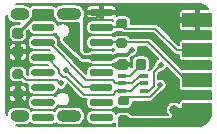
<source format=gbl>
G04 #@! TF.GenerationSoftware,KiCad,Pcbnew,5.1.9+dfsg1-1+deb11u1*
G04 #@! TF.CreationDate,2023-05-11T20:21:06+02:00*
G04 #@! TF.ProjectId,base,62617365-2e6b-4696-9361-645f70636258,rev?*
G04 #@! TF.SameCoordinates,Original*
G04 #@! TF.FileFunction,Copper,L2,Bot*
G04 #@! TF.FilePolarity,Positive*
%FSLAX46Y46*%
G04 Gerber Fmt 4.6, Leading zero omitted, Abs format (unit mm)*
G04 Created by KiCad (PCBNEW 5.1.9+dfsg1-1+deb11u1) date 2023-05-11 20:21:06*
%MOMM*%
%LPD*%
G01*
G04 APERTURE LIST*
G04 #@! TA.AperFunction,SMDPad,CuDef*
%ADD10R,2.500000X1.250000*%
G04 #@! TD*
G04 #@! TA.AperFunction,ComponentPad*
%ADD11O,1.600000X1.000000*%
G04 #@! TD*
G04 #@! TA.AperFunction,ComponentPad*
%ADD12O,2.100000X1.000000*%
G04 #@! TD*
G04 #@! TA.AperFunction,SMDPad,CuDef*
%ADD13R,0.650000X0.400000*%
G04 #@! TD*
G04 #@! TA.AperFunction,ViaPad*
%ADD14C,0.500000*%
G04 #@! TD*
G04 #@! TA.AperFunction,ViaPad*
%ADD15C,0.800000*%
G04 #@! TD*
G04 #@! TA.AperFunction,Conductor*
%ADD16C,0.250000*%
G04 #@! TD*
G04 #@! TA.AperFunction,Conductor*
%ADD17C,0.200000*%
G04 #@! TD*
G04 #@! TA.AperFunction,Conductor*
%ADD18C,0.350000*%
G04 #@! TD*
G04 #@! TA.AperFunction,Conductor*
%ADD19C,0.100000*%
G04 #@! TD*
G04 APERTURE END LIST*
G04 #@! TA.AperFunction,SMDPad,CuDef*
G36*
G01*
X8115000Y280000D02*
X8115000Y-220000D01*
G75*
G02*
X7890000Y-445000I-225000J0D01*
G01*
X7440000Y-445000D01*
G75*
G02*
X7215000Y-220000I0J225000D01*
G01*
X7215000Y280000D01*
G75*
G02*
X7440000Y505000I225000J0D01*
G01*
X7890000Y505000D01*
G75*
G02*
X8115000Y280000I0J-225000D01*
G01*
G37*
G04 #@! TD.AperFunction*
G04 #@! TA.AperFunction,SMDPad,CuDef*
G36*
G01*
X9665000Y280000D02*
X9665000Y-220000D01*
G75*
G02*
X9440000Y-445000I-225000J0D01*
G01*
X8990000Y-445000D01*
G75*
G02*
X8765000Y-220000I0J225000D01*
G01*
X8765000Y280000D01*
G75*
G02*
X8990000Y505000I225000J0D01*
G01*
X9440000Y505000D01*
G75*
G02*
X9665000Y280000I0J-225000D01*
G01*
G37*
G04 #@! TD.AperFunction*
G04 #@! TA.AperFunction,SMDPad,CuDef*
G36*
G01*
X7325000Y3915000D02*
X7875000Y3915000D01*
G75*
G02*
X8075000Y3715000I0J-200000D01*
G01*
X8075000Y3315000D01*
G75*
G02*
X7875000Y3115000I-200000J0D01*
G01*
X7325000Y3115000D01*
G75*
G02*
X7125000Y3315000I0J200000D01*
G01*
X7125000Y3715000D01*
G75*
G02*
X7325000Y3915000I200000J0D01*
G01*
G37*
G04 #@! TD.AperFunction*
G04 #@! TA.AperFunction,SMDPad,CuDef*
G36*
G01*
X7325000Y2265000D02*
X7875000Y2265000D01*
G75*
G02*
X8075000Y2065000I0J-200000D01*
G01*
X8075000Y1665000D01*
G75*
G02*
X7875000Y1465000I-200000J0D01*
G01*
X7325000Y1465000D01*
G75*
G02*
X7125000Y1665000I0J200000D01*
G01*
X7125000Y2065000D01*
G75*
G02*
X7325000Y2265000I200000J0D01*
G01*
G37*
G04 #@! TD.AperFunction*
D10*
X14000000Y-3810000D03*
X14000000Y-1270000D03*
X14000000Y1270000D03*
X14000000Y3810000D03*
D11*
X-1050000Y-4320000D03*
X-1050000Y4320000D03*
D12*
X3130000Y4320000D03*
X3130000Y-4320000D03*
G04 #@! TA.AperFunction,SMDPad,CuDef*
G36*
G01*
X8025000Y-5075000D02*
X7475000Y-5075000D01*
G75*
G02*
X7275000Y-4875000I0J200000D01*
G01*
X7275000Y-4475000D01*
G75*
G02*
X7475000Y-4275000I200000J0D01*
G01*
X8025000Y-4275000D01*
G75*
G02*
X8225000Y-4475000I0J-200000D01*
G01*
X8225000Y-4875000D01*
G75*
G02*
X8025000Y-5075000I-200000J0D01*
G01*
G37*
G04 #@! TD.AperFunction*
G04 #@! TA.AperFunction,SMDPad,CuDef*
G36*
G01*
X8025000Y-3425000D02*
X7475000Y-3425000D01*
G75*
G02*
X7275000Y-3225000I0J200000D01*
G01*
X7275000Y-2825000D01*
G75*
G02*
X7475000Y-2625000I200000J0D01*
G01*
X8025000Y-2625000D01*
G75*
G02*
X8225000Y-2825000I0J-200000D01*
G01*
X8225000Y-3225000D01*
G75*
G02*
X8025000Y-3425000I-200000J0D01*
G01*
G37*
G04 #@! TD.AperFunction*
G04 #@! TA.AperFunction,SMDPad,CuDef*
G36*
G01*
X6850000Y4595000D02*
X6850000Y4295000D01*
G75*
G02*
X6700000Y4145000I-150000J0D01*
G01*
X5050000Y4145000D01*
G75*
G02*
X4900000Y4295000I0J150000D01*
G01*
X4900000Y4595000D01*
G75*
G02*
X5050000Y4745000I150000J0D01*
G01*
X6700000Y4745000D01*
G75*
G02*
X6850000Y4595000I0J-150000D01*
G01*
G37*
G04 #@! TD.AperFunction*
G04 #@! TA.AperFunction,SMDPad,CuDef*
G36*
G01*
X6850000Y3325000D02*
X6850000Y3025000D01*
G75*
G02*
X6700000Y2875000I-150000J0D01*
G01*
X5050000Y2875000D01*
G75*
G02*
X4900000Y3025000I0J150000D01*
G01*
X4900000Y3325000D01*
G75*
G02*
X5050000Y3475000I150000J0D01*
G01*
X6700000Y3475000D01*
G75*
G02*
X6850000Y3325000I0J-150000D01*
G01*
G37*
G04 #@! TD.AperFunction*
G04 #@! TA.AperFunction,SMDPad,CuDef*
G36*
G01*
X6850000Y2055000D02*
X6850000Y1755000D01*
G75*
G02*
X6700000Y1605000I-150000J0D01*
G01*
X5050000Y1605000D01*
G75*
G02*
X4900000Y1755000I0J150000D01*
G01*
X4900000Y2055000D01*
G75*
G02*
X5050000Y2205000I150000J0D01*
G01*
X6700000Y2205000D01*
G75*
G02*
X6850000Y2055000I0J-150000D01*
G01*
G37*
G04 #@! TD.AperFunction*
G04 #@! TA.AperFunction,SMDPad,CuDef*
G36*
G01*
X6850000Y785000D02*
X6850000Y485000D01*
G75*
G02*
X6700000Y335000I-150000J0D01*
G01*
X5050000Y335000D01*
G75*
G02*
X4900000Y485000I0J150000D01*
G01*
X4900000Y785000D01*
G75*
G02*
X5050000Y935000I150000J0D01*
G01*
X6700000Y935000D01*
G75*
G02*
X6850000Y785000I0J-150000D01*
G01*
G37*
G04 #@! TD.AperFunction*
G04 #@! TA.AperFunction,SMDPad,CuDef*
G36*
G01*
X6850000Y-485000D02*
X6850000Y-785000D01*
G75*
G02*
X6700000Y-935000I-150000J0D01*
G01*
X5050000Y-935000D01*
G75*
G02*
X4900000Y-785000I0J150000D01*
G01*
X4900000Y-485000D01*
G75*
G02*
X5050000Y-335000I150000J0D01*
G01*
X6700000Y-335000D01*
G75*
G02*
X6850000Y-485000I0J-150000D01*
G01*
G37*
G04 #@! TD.AperFunction*
G04 #@! TA.AperFunction,SMDPad,CuDef*
G36*
G01*
X6775000Y-1755000D02*
X6775000Y-2055000D01*
G75*
G02*
X6625000Y-2205000I-150000J0D01*
G01*
X5025000Y-2205000D01*
G75*
G02*
X4875000Y-2055000I0J150000D01*
G01*
X4875000Y-1755000D01*
G75*
G02*
X5025000Y-1605000I150000J0D01*
G01*
X6625000Y-1605000D01*
G75*
G02*
X6775000Y-1755000I0J-150000D01*
G01*
G37*
G04 #@! TD.AperFunction*
G04 #@! TA.AperFunction,SMDPad,CuDef*
G36*
G01*
X6850000Y-3025000D02*
X6850000Y-3325000D01*
G75*
G02*
X6700000Y-3475000I-150000J0D01*
G01*
X5050000Y-3475000D01*
G75*
G02*
X4900000Y-3325000I0J150000D01*
G01*
X4900000Y-3025000D01*
G75*
G02*
X5050000Y-2875000I150000J0D01*
G01*
X6700000Y-2875000D01*
G75*
G02*
X6850000Y-3025000I0J-150000D01*
G01*
G37*
G04 #@! TD.AperFunction*
G04 #@! TA.AperFunction,SMDPad,CuDef*
G36*
G01*
X6850000Y-4295000D02*
X6850000Y-4595000D01*
G75*
G02*
X6700000Y-4745000I-150000J0D01*
G01*
X5050000Y-4745000D01*
G75*
G02*
X4900000Y-4595000I0J150000D01*
G01*
X4900000Y-4295000D01*
G75*
G02*
X5050000Y-4145000I150000J0D01*
G01*
X6700000Y-4145000D01*
G75*
G02*
X6850000Y-4295000I0J-150000D01*
G01*
G37*
G04 #@! TD.AperFunction*
G04 #@! TA.AperFunction,SMDPad,CuDef*
G36*
G01*
X1875000Y-4295000D02*
X1875000Y-4595000D01*
G75*
G02*
X1725000Y-4745000I-150000J0D01*
G01*
X125000Y-4745000D01*
G75*
G02*
X-25000Y-4595000I0J150000D01*
G01*
X-25000Y-4295000D01*
G75*
G02*
X125000Y-4145000I150000J0D01*
G01*
X1725000Y-4145000D01*
G75*
G02*
X1875000Y-4295000I0J-150000D01*
G01*
G37*
G04 #@! TD.AperFunction*
G04 #@! TA.AperFunction,SMDPad,CuDef*
G36*
G01*
X1900000Y-3025000D02*
X1900000Y-3325000D01*
G75*
G02*
X1750000Y-3475000I-150000J0D01*
G01*
X100000Y-3475000D01*
G75*
G02*
X-50000Y-3325000I0J150000D01*
G01*
X-50000Y-3025000D01*
G75*
G02*
X100000Y-2875000I150000J0D01*
G01*
X1750000Y-2875000D01*
G75*
G02*
X1900000Y-3025000I0J-150000D01*
G01*
G37*
G04 #@! TD.AperFunction*
G04 #@! TA.AperFunction,SMDPad,CuDef*
G36*
G01*
X1900000Y-1755000D02*
X1900000Y-2055000D01*
G75*
G02*
X1750000Y-2205000I-150000J0D01*
G01*
X100000Y-2205000D01*
G75*
G02*
X-50000Y-2055000I0J150000D01*
G01*
X-50000Y-1755000D01*
G75*
G02*
X100000Y-1605000I150000J0D01*
G01*
X1750000Y-1605000D01*
G75*
G02*
X1900000Y-1755000I0J-150000D01*
G01*
G37*
G04 #@! TD.AperFunction*
G04 #@! TA.AperFunction,SMDPad,CuDef*
G36*
G01*
X1900000Y-485000D02*
X1900000Y-785000D01*
G75*
G02*
X1750000Y-935000I-150000J0D01*
G01*
X100000Y-935000D01*
G75*
G02*
X-50000Y-785000I0J150000D01*
G01*
X-50000Y-485000D01*
G75*
G02*
X100000Y-335000I150000J0D01*
G01*
X1750000Y-335000D01*
G75*
G02*
X1900000Y-485000I0J-150000D01*
G01*
G37*
G04 #@! TD.AperFunction*
G04 #@! TA.AperFunction,SMDPad,CuDef*
G36*
G01*
X1900000Y785000D02*
X1900000Y485000D01*
G75*
G02*
X1750000Y335000I-150000J0D01*
G01*
X100000Y335000D01*
G75*
G02*
X-50000Y485000I0J150000D01*
G01*
X-50000Y785000D01*
G75*
G02*
X100000Y935000I150000J0D01*
G01*
X1750000Y935000D01*
G75*
G02*
X1900000Y785000I0J-150000D01*
G01*
G37*
G04 #@! TD.AperFunction*
G04 #@! TA.AperFunction,SMDPad,CuDef*
G36*
G01*
X1900000Y2055000D02*
X1900000Y1755000D01*
G75*
G02*
X1750000Y1605000I-150000J0D01*
G01*
X100000Y1605000D01*
G75*
G02*
X-50000Y1755000I0J150000D01*
G01*
X-50000Y2055000D01*
G75*
G02*
X100000Y2205000I150000J0D01*
G01*
X1750000Y2205000D01*
G75*
G02*
X1900000Y2055000I0J-150000D01*
G01*
G37*
G04 #@! TD.AperFunction*
G04 #@! TA.AperFunction,SMDPad,CuDef*
G36*
G01*
X1875000Y3325000D02*
X1875000Y3025000D01*
G75*
G02*
X1725000Y2875000I-150000J0D01*
G01*
X125000Y2875000D01*
G75*
G02*
X-25000Y3025000I0J150000D01*
G01*
X-25000Y3325000D01*
G75*
G02*
X125000Y3475000I150000J0D01*
G01*
X1725000Y3475000D01*
G75*
G02*
X1875000Y3325000I0J-150000D01*
G01*
G37*
G04 #@! TD.AperFunction*
G04 #@! TA.AperFunction,SMDPad,CuDef*
G36*
G01*
X1875000Y4595000D02*
X1875000Y4295000D01*
G75*
G02*
X1725000Y4145000I-150000J0D01*
G01*
X125000Y4145000D01*
G75*
G02*
X-25000Y4295000I0J150000D01*
G01*
X-25000Y4595000D01*
G75*
G02*
X125000Y4745000I150000J0D01*
G01*
X1725000Y4745000D01*
G75*
G02*
X1875000Y4595000I0J-150000D01*
G01*
G37*
G04 #@! TD.AperFunction*
D13*
X7600000Y-2200000D03*
X7600000Y-900000D03*
X9500000Y-1550000D03*
X7600000Y-1550000D03*
X9500000Y-900000D03*
X9500000Y-2200000D03*
G04 #@! TA.AperFunction,SMDPad,CuDef*
G36*
G01*
X-925000Y-2825000D02*
X-1475000Y-2825000D01*
G75*
G02*
X-1675000Y-2625000I0J200000D01*
G01*
X-1675000Y-2225000D01*
G75*
G02*
X-1475000Y-2025000I200000J0D01*
G01*
X-925000Y-2025000D01*
G75*
G02*
X-725000Y-2225000I0J-200000D01*
G01*
X-725000Y-2625000D01*
G75*
G02*
X-925000Y-2825000I-200000J0D01*
G01*
G37*
G04 #@! TD.AperFunction*
G04 #@! TA.AperFunction,SMDPad,CuDef*
G36*
G01*
X-925000Y-1175000D02*
X-1475000Y-1175000D01*
G75*
G02*
X-1675000Y-975000I0J200000D01*
G01*
X-1675000Y-575000D01*
G75*
G02*
X-1475000Y-375000I200000J0D01*
G01*
X-925000Y-375000D01*
G75*
G02*
X-725000Y-575000I0J-200000D01*
G01*
X-725000Y-975000D01*
G75*
G02*
X-925000Y-1175000I-200000J0D01*
G01*
G37*
G04 #@! TD.AperFunction*
G04 #@! TA.AperFunction,SMDPad,CuDef*
G36*
G01*
X-1450000Y3125000D02*
X-950000Y3125000D01*
G75*
G02*
X-725000Y2900000I0J-225000D01*
G01*
X-725000Y2450000D01*
G75*
G02*
X-950000Y2225000I-225000J0D01*
G01*
X-1450000Y2225000D01*
G75*
G02*
X-1675000Y2450000I0J225000D01*
G01*
X-1675000Y2900000D01*
G75*
G02*
X-1450000Y3125000I225000J0D01*
G01*
G37*
G04 #@! TD.AperFunction*
G04 #@! TA.AperFunction,SMDPad,CuDef*
G36*
G01*
X-1450000Y1575000D02*
X-950000Y1575000D01*
G75*
G02*
X-725000Y1350000I0J-225000D01*
G01*
X-725000Y900000D01*
G75*
G02*
X-950000Y675000I-225000J0D01*
G01*
X-1450000Y675000D01*
G75*
G02*
X-1675000Y900000I0J225000D01*
G01*
X-1675000Y1350000D01*
G75*
G02*
X-1450000Y1575000I225000J0D01*
G01*
G37*
G04 #@! TD.AperFunction*
D14*
X4554225Y3948203D03*
X-550000Y-3350000D03*
X9100000Y-3940000D03*
X12250000Y290000D03*
X11300000Y1250000D03*
X8590000Y3620000D03*
X4500000Y-4900000D03*
X4550000Y-3900000D03*
X-1900000Y1900000D03*
X11090000Y-3950000D03*
X10150000Y150000D03*
X11040000Y3370000D03*
X12170000Y3870000D03*
X8510000Y2500000D03*
X10420000Y2260000D03*
X8180000Y4980000D03*
X11340000Y-1150000D03*
X10400000Y-3080000D03*
X7120000Y-50000D03*
X12290000Y2020000D03*
X13420000Y2600000D03*
X12030000Y-2270000D03*
D15*
X12050000Y-3799999D03*
D14*
X8430000Y1290000D03*
X5150000Y-660000D03*
X2893081Y-457694D03*
X2409444Y-1555543D03*
X10850000Y-1700000D03*
X9365000Y-1586D03*
X10880269Y-19731D03*
D16*
X5378203Y3948203D02*
X5875000Y4445000D01*
X4554225Y3948203D02*
X5378203Y3948203D01*
X-1100000Y-2800000D02*
X-550000Y-3350000D01*
X-1100000Y-2512500D02*
X-1100000Y-2800000D01*
X7579998Y30000D02*
X7300000Y-249998D01*
X7665000Y30000D02*
X7579998Y30000D01*
D17*
X10430000Y3070000D02*
X12230000Y1270000D01*
X7850000Y3070000D02*
X10430000Y3070000D01*
X7610000Y3335000D02*
X7610000Y3310000D01*
X7610000Y3310000D02*
X7850000Y3070000D01*
X7450000Y3175000D02*
X7610000Y3335000D01*
X12230000Y1270000D02*
X13000000Y1270000D01*
X5875000Y3175000D02*
X7450000Y3175000D01*
X13000000Y-1270000D02*
X9825000Y1905000D01*
X9825000Y1905000D02*
X5875000Y1905000D01*
D16*
X-1100000Y2803260D02*
X-1100000Y2762500D01*
X496740Y4400000D02*
X-1100000Y2803260D01*
X880000Y4400000D02*
X496740Y4400000D01*
X925000Y4445000D02*
X880000Y4400000D01*
X-867510Y2530010D02*
X-1100000Y2762500D01*
X6485000Y635000D02*
X5875000Y635000D01*
D18*
X13000000Y-3810000D02*
X12060001Y-3810000D01*
X12060001Y-3810000D02*
X12050000Y-3799999D01*
X11740684Y-4675000D02*
X11095000Y-4675000D01*
X12050000Y-4365684D02*
X11740684Y-4675000D01*
X12050000Y-3799999D02*
X12050000Y-4365684D01*
X11095000Y-4675000D02*
X7750000Y-4675000D01*
X925000Y4445000D02*
X1270000Y4100000D01*
X1270000Y4100000D02*
X1270000Y3850010D01*
X4318000Y635000D02*
X3683000Y1270000D01*
X5875000Y635000D02*
X4318000Y635000D01*
X5875000Y635000D02*
X6946456Y635000D01*
X6946456Y635000D02*
X7191456Y880000D01*
X8020000Y880000D02*
X8430000Y1290000D01*
X7191456Y880000D02*
X8020000Y880000D01*
D17*
X5435000Y-635000D02*
X5400000Y-600000D01*
X5875000Y-635000D02*
X5435000Y-635000D01*
X4340387Y-1905000D02*
X2893081Y-457694D01*
X5875000Y-1905000D02*
X4340387Y-1905000D01*
X-1100000Y-687500D02*
X-537500Y-1250000D01*
X2103901Y-1250000D02*
X2409444Y-1555543D01*
X-537500Y-1250000D02*
X2103901Y-1250000D01*
X8381397Y-2200000D02*
X7600000Y-2200000D01*
X9031397Y-1550000D02*
X8381397Y-2200000D01*
X9500000Y-1550000D02*
X9031397Y-1550000D01*
X940000Y650000D02*
X925000Y635000D01*
X2300000Y-678615D02*
X2629080Y-1007695D01*
X1266412Y635000D02*
X2300000Y-398588D01*
X2300000Y-398588D02*
X2300000Y-678615D01*
X925000Y635000D02*
X1266412Y635000D01*
X6834990Y-2505010D02*
X7140000Y-2200000D01*
X2629080Y-1007695D02*
X2877384Y-1007695D01*
X4374699Y-2505010D02*
X6834990Y-2505010D01*
X2877384Y-1007695D02*
X4374699Y-2505010D01*
X7140000Y-2200000D02*
X7600000Y-2200000D01*
X925000Y1905000D02*
X1653608Y1905000D01*
X7600000Y-1550000D02*
X8465699Y-1550000D01*
X9115699Y-900000D02*
X9500000Y-900000D01*
X8465699Y-1550000D02*
X9115699Y-900000D01*
X1395000Y1905000D02*
X4604990Y-1304990D01*
X7056412Y-1550000D02*
X7600000Y-1550000D01*
X6811402Y-1304990D02*
X7056412Y-1550000D01*
X4604990Y-1304990D02*
X6811402Y-1304990D01*
X925000Y1905000D02*
X1395000Y1905000D01*
X8122095Y-3025000D02*
X7950000Y-3025000D01*
X7665000Y-835000D02*
X7600000Y-900000D01*
X10850000Y-1840000D02*
X10850000Y-1700000D01*
X9970000Y-2720000D02*
X10850000Y-1840000D01*
X8055000Y-2720000D02*
X9970000Y-2720000D01*
X7750000Y-3025000D02*
X8055000Y-2720000D01*
X8285000Y-900000D02*
X7600000Y-900000D01*
X9215000Y30000D02*
X8285000Y-900000D01*
X10300000Y-600000D02*
X10880269Y-19731D01*
X10300000Y-1815002D02*
X10300000Y-600000D01*
X9915002Y-2200000D02*
X10300000Y-1815002D01*
X9500000Y-2200000D02*
X9915002Y-2200000D01*
X-2138424Y4163173D02*
X-2092679Y4012372D01*
X-2018393Y3873394D01*
X-1918422Y3751578D01*
X-1796606Y3651607D01*
X-1657628Y3577321D01*
X-1506827Y3531576D01*
X-1389293Y3520000D01*
X-984300Y3520000D01*
X-1077849Y3426451D01*
X-1450000Y3426451D01*
X-1552705Y3416335D01*
X-1651464Y3386377D01*
X-1742481Y3337728D01*
X-1822257Y3272257D01*
X-1887728Y3192481D01*
X-1936377Y3101464D01*
X-1966335Y3002705D01*
X-1976451Y2900000D01*
X-1976451Y2450000D01*
X-1966335Y2347295D01*
X-1936377Y2248536D01*
X-1887728Y2157519D01*
X-1822257Y2077743D01*
X-1742481Y2012272D01*
X-1651464Y1963623D01*
X-1552705Y1933665D01*
X-1450000Y1923549D01*
X-950000Y1923549D01*
X-847295Y1933665D01*
X-748536Y1963623D01*
X-657519Y2012272D01*
X-577743Y2077743D01*
X-512272Y2157519D01*
X-463623Y2248536D01*
X-433665Y2347295D01*
X-423549Y2450000D01*
X-423549Y2878671D01*
X-322037Y2980183D01*
X-317776Y2936926D01*
X-292086Y2852237D01*
X-250368Y2774187D01*
X-194224Y2705776D01*
X-125813Y2649632D01*
X-47763Y2607914D01*
X36926Y2582224D01*
X125000Y2573549D01*
X1725000Y2573549D01*
X1813074Y2582224D01*
X1897763Y2607914D01*
X1975813Y2649632D01*
X2011080Y2678575D01*
X2046132Y2593952D01*
X2114531Y2491586D01*
X2201586Y2404531D01*
X2300000Y2338773D01*
X2300000Y2108000D01*
X2305764Y2049473D01*
X2322836Y1993195D01*
X2350559Y1941329D01*
X2387868Y1895868D01*
X3319249Y964487D01*
X3330627Y950623D01*
X3965625Y315623D01*
X3980499Y297499D01*
X3998621Y282627D01*
X3998622Y282626D01*
X4052827Y238141D01*
X4135346Y194034D01*
X4224884Y166873D01*
X4318000Y157702D01*
X4341332Y160000D01*
X4737814Y160000D01*
X4799187Y109632D01*
X4877237Y67914D01*
X4961926Y42224D01*
X5050000Y33549D01*
X6700000Y33549D01*
X6788074Y42224D01*
X6872763Y67914D01*
X6950813Y109632D01*
X7017968Y164745D01*
X7039572Y166873D01*
X7096032Y184000D01*
X7511000Y184000D01*
X7511000Y204000D01*
X7819000Y204000D01*
X7819000Y184000D01*
X8340000Y184000D01*
X8415000Y259000D01*
X8416452Y505000D01*
X8410660Y563810D01*
X8402491Y590740D01*
X8568531Y756780D01*
X8590429Y761136D01*
X8690523Y802597D01*
X8780604Y862787D01*
X8857213Y939396D01*
X8917403Y1029477D01*
X8958864Y1129571D01*
X8980000Y1235830D01*
X8980000Y1344170D01*
X8958864Y1450429D01*
X8936260Y1505000D01*
X9659315Y1505000D01*
X10674120Y490195D01*
X10619746Y467672D01*
X10529665Y407482D01*
X10453056Y330873D01*
X10392866Y240792D01*
X10351405Y140698D01*
X10330269Y34439D01*
X10330269Y-4045D01*
X10031047Y-303268D01*
X10015790Y-315789D01*
X10003268Y-331047D01*
X10003265Y-331050D01*
X9965803Y-376698D01*
X9941525Y-422119D01*
X9940360Y-421496D01*
X9927546Y-417609D01*
X9956335Y-322705D01*
X9966451Y-220000D01*
X9966451Y280000D01*
X9956335Y382705D01*
X9926377Y481464D01*
X9877728Y572481D01*
X9812257Y652257D01*
X9732481Y717728D01*
X9641464Y766377D01*
X9542705Y796335D01*
X9440000Y806451D01*
X8990000Y806451D01*
X8887295Y796335D01*
X8788536Y766377D01*
X8697519Y717728D01*
X8617743Y652257D01*
X8552272Y572481D01*
X8503623Y481464D01*
X8473665Y382705D01*
X8463549Y280000D01*
X8463549Y-155766D01*
X8415031Y-204284D01*
X8415000Y-199000D01*
X8340000Y-124000D01*
X7819000Y-124000D01*
X7819000Y-144000D01*
X7511000Y-144000D01*
X7511000Y-124000D01*
X6990000Y-124000D01*
X6980228Y-133772D01*
X6950813Y-109632D01*
X6872763Y-67914D01*
X6788074Y-42224D01*
X6700000Y-33549D01*
X5050000Y-33549D01*
X4961926Y-42224D01*
X4877237Y-67914D01*
X4799187Y-109632D01*
X4730776Y-165776D01*
X4674632Y-234187D01*
X4632914Y-312237D01*
X4607224Y-396926D01*
X4598549Y-485000D01*
X4598549Y-732864D01*
X2193312Y1672373D01*
X2201451Y1755000D01*
X2201451Y2055000D01*
X2192776Y2143074D01*
X2167086Y2227763D01*
X2125368Y2305813D01*
X2069224Y2374224D01*
X2000813Y2430368D01*
X1922763Y2472086D01*
X1838074Y2497776D01*
X1750000Y2506451D01*
X100000Y2506451D01*
X11926Y2497776D01*
X-72763Y2472086D01*
X-150813Y2430368D01*
X-219224Y2374224D01*
X-275368Y2305813D01*
X-317086Y2227763D01*
X-342776Y2143074D01*
X-351451Y2055000D01*
X-351451Y1755000D01*
X-342776Y1666926D01*
X-317086Y1582237D01*
X-275368Y1504187D01*
X-219224Y1435776D01*
X-150813Y1379632D01*
X-72763Y1337914D01*
X11926Y1312224D01*
X100000Y1303549D01*
X1430766Y1303549D01*
X1497864Y1236451D01*
X100000Y1236451D01*
X11926Y1227776D01*
X-72763Y1202086D01*
X-150813Y1160368D01*
X-219224Y1104224D01*
X-275368Y1035813D01*
X-317086Y957763D01*
X-342776Y873074D01*
X-351451Y785000D01*
X-351451Y485000D01*
X-342776Y396926D01*
X-317086Y312237D01*
X-275368Y234187D01*
X-219224Y165776D01*
X-150813Y109632D01*
X-72763Y67914D01*
X11926Y42224D01*
X100000Y33549D01*
X1302178Y33549D01*
X1369276Y-33549D01*
X100000Y-33549D01*
X11926Y-42224D01*
X-72763Y-67914D01*
X-150813Y-109632D01*
X-219224Y-165776D01*
X-275368Y-234187D01*
X-317086Y-312237D01*
X-342776Y-396926D01*
X-351451Y-485000D01*
X-351451Y-785000D01*
X-345049Y-850000D01*
X-371814Y-850000D01*
X-423549Y-798265D01*
X-423549Y-575000D01*
X-433184Y-477172D01*
X-461720Y-383103D01*
X-508059Y-296409D01*
X-570421Y-220421D01*
X-646409Y-158059D01*
X-733103Y-111720D01*
X-827172Y-83184D01*
X-925000Y-73549D01*
X-1475000Y-73549D01*
X-1572828Y-83184D01*
X-1666897Y-111720D01*
X-1753591Y-158059D01*
X-1829579Y-220421D01*
X-1891941Y-296409D01*
X-1938280Y-383103D01*
X-1966816Y-477172D01*
X-1976451Y-575000D01*
X-1976451Y-975000D01*
X-1966816Y-1072828D01*
X-1938280Y-1166897D01*
X-1891941Y-1253591D01*
X-1829579Y-1329579D01*
X-1753591Y-1391941D01*
X-1666897Y-1438280D01*
X-1572828Y-1466816D01*
X-1475000Y-1476451D01*
X-925000Y-1476451D01*
X-881062Y-1472124D01*
X-834233Y-1518953D01*
X-821711Y-1534211D01*
X-806453Y-1546733D01*
X-806451Y-1546735D01*
X-802472Y-1550000D01*
X-760803Y-1584197D01*
X-691314Y-1621340D01*
X-615914Y-1644212D01*
X-557147Y-1650000D01*
X-557137Y-1650000D01*
X-537501Y-1651934D01*
X-517865Y-1650000D01*
X-337642Y-1650000D01*
X-342776Y-1666926D01*
X-351451Y-1755000D01*
X-351451Y-2055000D01*
X-342776Y-2143074D01*
X-317086Y-2227763D01*
X-275368Y-2305813D01*
X-219224Y-2374224D01*
X-150813Y-2430368D01*
X-72763Y-2472086D01*
X11926Y-2497776D01*
X100000Y-2506451D01*
X1750000Y-2506451D01*
X1838074Y-2497776D01*
X1922763Y-2472086D01*
X2000813Y-2430368D01*
X2069224Y-2374224D01*
X2125368Y-2305813D01*
X2167086Y-2227763D01*
X2192776Y-2143074D01*
X2200533Y-2064325D01*
X2249015Y-2084407D01*
X2355274Y-2105543D01*
X2463614Y-2105543D01*
X2569873Y-2084407D01*
X2669967Y-2042946D01*
X2760048Y-1982756D01*
X2836657Y-1906147D01*
X2896847Y-1816066D01*
X2938308Y-1715972D01*
X2951857Y-1647854D01*
X4077966Y-2773963D01*
X4090488Y-2789221D01*
X4105746Y-2801743D01*
X4105748Y-2801745D01*
X4134085Y-2825000D01*
X4151396Y-2839207D01*
X4220885Y-2876350D01*
X4296285Y-2899222D01*
X4355052Y-2905010D01*
X4355062Y-2905010D01*
X4374698Y-2906944D01*
X4394334Y-2905010D01*
X4616906Y-2905010D01*
X4607224Y-2936926D01*
X4598549Y-3025000D01*
X4598549Y-3325000D01*
X4607224Y-3413074D01*
X4632914Y-3497763D01*
X4674632Y-3575813D01*
X4730776Y-3644224D01*
X4799187Y-3700368D01*
X4877237Y-3742086D01*
X4961926Y-3767776D01*
X5050000Y-3776451D01*
X6700000Y-3776451D01*
X6788074Y-3767776D01*
X6872763Y-3742086D01*
X6950813Y-3700368D01*
X7019224Y-3644224D01*
X7075368Y-3575813D01*
X7091919Y-3544849D01*
X7120421Y-3579579D01*
X7196409Y-3641941D01*
X7283103Y-3688280D01*
X7377172Y-3716816D01*
X7475000Y-3726451D01*
X8025000Y-3726451D01*
X8122828Y-3716816D01*
X8216897Y-3688280D01*
X8303591Y-3641941D01*
X8379579Y-3579579D01*
X8441941Y-3503591D01*
X8488280Y-3416897D01*
X8516816Y-3322828D01*
X8526451Y-3225000D01*
X8526451Y-3120000D01*
X9950354Y-3120000D01*
X9970000Y-3121935D01*
X9989646Y-3120000D01*
X9989647Y-3120000D01*
X10048414Y-3114212D01*
X10123814Y-3091340D01*
X10193303Y-3054197D01*
X10254211Y-3004211D01*
X10266737Y-2988948D01*
X11038414Y-2217272D01*
X11110523Y-2187403D01*
X11200604Y-2127213D01*
X11277213Y-2050604D01*
X11337403Y-1960523D01*
X11378864Y-1860429D01*
X11400000Y-1754170D01*
X11400000Y-1645830D01*
X11378864Y-1539571D01*
X11337403Y-1439477D01*
X11277213Y-1349396D01*
X11200604Y-1272787D01*
X11110523Y-1212597D01*
X11010429Y-1171136D01*
X10904170Y-1150000D01*
X10795830Y-1150000D01*
X10700000Y-1169062D01*
X10700000Y-765685D01*
X10895955Y-569731D01*
X10934439Y-569731D01*
X11040698Y-548595D01*
X11140792Y-507134D01*
X11230873Y-446944D01*
X11307482Y-370335D01*
X11367672Y-280254D01*
X11390195Y-225880D01*
X12448549Y-1284235D01*
X12448549Y-1895000D01*
X12454341Y-1953810D01*
X12471496Y-2010360D01*
X12499353Y-2062477D01*
X12536842Y-2108158D01*
X12582523Y-2145647D01*
X12634640Y-2173504D01*
X12691190Y-2190659D01*
X12750000Y-2196451D01*
X15175001Y-2196451D01*
X15175001Y-2883549D01*
X12750000Y-2883549D01*
X12691190Y-2889341D01*
X12634640Y-2906496D01*
X12582523Y-2934353D01*
X12536842Y-2971842D01*
X12499353Y-3017523D01*
X12471496Y-3069640D01*
X12454341Y-3126190D01*
X12448549Y-3185000D01*
X12448549Y-3224418D01*
X12381574Y-3179667D01*
X12254182Y-3126900D01*
X12118944Y-3099999D01*
X11981056Y-3099999D01*
X11845818Y-3126900D01*
X11718426Y-3179667D01*
X11603776Y-3256273D01*
X11506274Y-3353775D01*
X11429668Y-3468425D01*
X11376901Y-3595817D01*
X11350000Y-3731055D01*
X11350000Y-3868943D01*
X11376901Y-4004181D01*
X11429668Y-4131573D01*
X11475389Y-4200000D01*
X8443860Y-4200000D01*
X8441941Y-4196409D01*
X8379579Y-4120421D01*
X8303591Y-4058059D01*
X8216897Y-4011720D01*
X8122828Y-3983184D01*
X8025000Y-3973549D01*
X7475000Y-3973549D01*
X7377172Y-3983184D01*
X7283103Y-4011720D01*
X7196409Y-4058059D01*
X7120421Y-4120421D01*
X7117584Y-4123878D01*
X7117086Y-4122237D01*
X7075368Y-4044187D01*
X7019224Y-3975776D01*
X6950813Y-3919632D01*
X6872763Y-3877914D01*
X6788074Y-3852224D01*
X6700000Y-3843549D01*
X5050000Y-3843549D01*
X4961926Y-3852224D01*
X4877237Y-3877914D01*
X4799187Y-3919632D01*
X4730776Y-3975776D01*
X4674632Y-4044187D01*
X4632914Y-4122237D01*
X4607224Y-4206926D01*
X4598549Y-4295000D01*
X4598549Y-4595000D01*
X4607224Y-4683074D01*
X4632914Y-4767763D01*
X4674632Y-4845813D01*
X4730776Y-4914224D01*
X4799187Y-4970368D01*
X4877237Y-5012086D01*
X4961926Y-5037776D01*
X5050000Y-5046451D01*
X6700000Y-5046451D01*
X6788074Y-5037776D01*
X6872763Y-5012086D01*
X6950813Y-4970368D01*
X6980539Y-4945972D01*
X6983184Y-4972828D01*
X7000000Y-5028262D01*
X7000000Y-5175000D01*
X-984104Y-5175000D01*
X-1227922Y-5151094D01*
X-1330909Y-5120000D01*
X-710707Y-5120000D01*
X-593173Y-5108424D01*
X-442372Y-5062679D01*
X-303394Y-4988393D01*
X-201788Y-4905008D01*
X-194224Y-4914224D01*
X-125813Y-4970368D01*
X-47763Y-5012086D01*
X36926Y-5037776D01*
X125000Y-5046451D01*
X1725000Y-5046451D01*
X1813074Y-5037776D01*
X1897763Y-5012086D01*
X1975813Y-4970368D01*
X2043621Y-4914719D01*
X2133394Y-4988393D01*
X2272372Y-5062679D01*
X2423173Y-5108424D01*
X2540707Y-5120000D01*
X3719293Y-5120000D01*
X3836827Y-5108424D01*
X3987628Y-5062679D01*
X4126606Y-4988393D01*
X4248422Y-4888422D01*
X4348393Y-4766606D01*
X4422679Y-4627628D01*
X4468424Y-4476827D01*
X4483870Y-4320000D01*
X4468424Y-4163173D01*
X4422679Y-4012372D01*
X4348393Y-3873394D01*
X4248422Y-3751578D01*
X4126606Y-3651607D01*
X3987628Y-3577321D01*
X3836827Y-3531576D01*
X3719293Y-3520000D01*
X2540707Y-3520000D01*
X2423173Y-3531576D01*
X2272372Y-3577321D01*
X2133394Y-3651607D01*
X2011578Y-3751578D01*
X1911607Y-3873394D01*
X1906652Y-3882665D01*
X1897763Y-3877914D01*
X1813074Y-3852224D01*
X1725000Y-3843549D01*
X125000Y-3843549D01*
X36926Y-3852224D01*
X-47763Y-3877914D01*
X-72207Y-3890980D01*
X-81607Y-3873394D01*
X-181578Y-3751578D01*
X-303394Y-3651607D01*
X-442372Y-3577321D01*
X-593173Y-3531576D01*
X-710707Y-3520000D01*
X-1389293Y-3520000D01*
X-1506827Y-3531576D01*
X-1657628Y-3577321D01*
X-1796606Y-3651607D01*
X-1918422Y-3751578D01*
X-2018393Y-3873394D01*
X-2092679Y-4012372D01*
X-2138424Y-4163173D01*
X-2146529Y-4245469D01*
X-2149474Y-4235958D01*
X-2175000Y-3993085D01*
X-2175000Y-2825000D01*
X-1976452Y-2825000D01*
X-1970660Y-2883810D01*
X-1953505Y-2940361D01*
X-1925648Y-2992478D01*
X-1888159Y-3038159D01*
X-1842478Y-3075648D01*
X-1790361Y-3103505D01*
X-1733810Y-3120660D01*
X-1675000Y-3126452D01*
X-1429000Y-3125000D01*
X-1354000Y-3050000D01*
X-1354000Y-2579000D01*
X-1046000Y-2579000D01*
X-1046000Y-3050000D01*
X-971000Y-3125000D01*
X-725000Y-3126452D01*
X-666190Y-3120660D01*
X-609639Y-3103505D01*
X-557522Y-3075648D01*
X-511841Y-3038159D01*
X-501042Y-3025000D01*
X-351451Y-3025000D01*
X-351451Y-3325000D01*
X-342776Y-3413074D01*
X-317086Y-3497763D01*
X-275368Y-3575813D01*
X-219224Y-3644224D01*
X-150813Y-3700368D01*
X-72763Y-3742086D01*
X11926Y-3767776D01*
X100000Y-3776451D01*
X1750000Y-3776451D01*
X1838074Y-3767776D01*
X1922763Y-3742086D01*
X2000813Y-3700368D01*
X2069224Y-3644224D01*
X2125368Y-3575813D01*
X2167086Y-3497763D01*
X2192776Y-3413074D01*
X2196938Y-3370821D01*
X2201586Y-3375469D01*
X2303952Y-3443868D01*
X2417694Y-3490981D01*
X2538443Y-3515000D01*
X2661557Y-3515000D01*
X2782306Y-3490981D01*
X2896048Y-3443868D01*
X2998414Y-3375469D01*
X3085469Y-3288414D01*
X3153868Y-3186048D01*
X3200981Y-3072306D01*
X3225000Y-2951557D01*
X3225000Y-2828443D01*
X3200981Y-2707694D01*
X3153868Y-2593952D01*
X3085469Y-2491586D01*
X2998414Y-2404531D01*
X2896048Y-2336132D01*
X2782306Y-2289019D01*
X2661557Y-2265000D01*
X2538443Y-2265000D01*
X2417694Y-2289019D01*
X2303952Y-2336132D01*
X2201586Y-2404531D01*
X2114531Y-2491586D01*
X2046132Y-2593952D01*
X2017423Y-2663263D01*
X2000813Y-2649632D01*
X1922763Y-2607914D01*
X1838074Y-2582224D01*
X1750000Y-2573549D01*
X100000Y-2573549D01*
X11926Y-2582224D01*
X-72763Y-2607914D01*
X-150813Y-2649632D01*
X-219224Y-2705776D01*
X-275368Y-2774187D01*
X-317086Y-2852237D01*
X-342776Y-2936926D01*
X-351451Y-3025000D01*
X-501042Y-3025000D01*
X-474352Y-2992478D01*
X-446495Y-2940361D01*
X-429340Y-2883810D01*
X-423548Y-2825000D01*
X-425000Y-2654000D01*
X-500000Y-2579000D01*
X-1046000Y-2579000D01*
X-1354000Y-2579000D01*
X-1900000Y-2579000D01*
X-1975000Y-2654000D01*
X-1976452Y-2825000D01*
X-2175000Y-2825000D01*
X-2175000Y-2025000D01*
X-1976452Y-2025000D01*
X-1975000Y-2196000D01*
X-1900000Y-2271000D01*
X-1354000Y-2271000D01*
X-1354000Y-1800000D01*
X-1046000Y-1800000D01*
X-1046000Y-2271000D01*
X-500000Y-2271000D01*
X-425000Y-2196000D01*
X-423548Y-2025000D01*
X-429340Y-1966190D01*
X-446495Y-1909639D01*
X-474352Y-1857522D01*
X-511841Y-1811841D01*
X-557522Y-1774352D01*
X-609639Y-1746495D01*
X-666190Y-1729340D01*
X-725000Y-1723548D01*
X-971000Y-1725000D01*
X-1046000Y-1800000D01*
X-1354000Y-1800000D01*
X-1429000Y-1725000D01*
X-1675000Y-1723548D01*
X-1733810Y-1729340D01*
X-1790361Y-1746495D01*
X-1842478Y-1774352D01*
X-1888159Y-1811841D01*
X-1925648Y-1857522D01*
X-1953505Y-1909639D01*
X-1970660Y-1966190D01*
X-1976452Y-2025000D01*
X-2175000Y-2025000D01*
X-2175000Y675000D01*
X-1976452Y675000D01*
X-1970660Y616190D01*
X-1953505Y559639D01*
X-1925648Y507522D01*
X-1888159Y461841D01*
X-1842478Y424352D01*
X-1790361Y396495D01*
X-1733810Y379340D01*
X-1675000Y373548D01*
X-1429000Y375000D01*
X-1354000Y450000D01*
X-1354000Y971000D01*
X-1046000Y971000D01*
X-1046000Y450000D01*
X-971000Y375000D01*
X-725000Y373548D01*
X-666190Y379340D01*
X-609639Y396495D01*
X-557522Y424352D01*
X-511841Y461841D01*
X-474352Y507522D01*
X-446495Y559639D01*
X-429340Y616190D01*
X-423548Y675000D01*
X-425000Y896000D01*
X-500000Y971000D01*
X-1046000Y971000D01*
X-1354000Y971000D01*
X-1900000Y971000D01*
X-1975000Y896000D01*
X-1976452Y675000D01*
X-2175000Y675000D01*
X-2175000Y1575000D01*
X-1976452Y1575000D01*
X-1975000Y1354000D01*
X-1900000Y1279000D01*
X-1354000Y1279000D01*
X-1354000Y1800000D01*
X-1046000Y1800000D01*
X-1046000Y1279000D01*
X-500000Y1279000D01*
X-425000Y1354000D01*
X-423548Y1575000D01*
X-429340Y1633810D01*
X-446495Y1690361D01*
X-474352Y1742478D01*
X-511841Y1788159D01*
X-557522Y1825648D01*
X-609639Y1853505D01*
X-666190Y1870660D01*
X-725000Y1876452D01*
X-971000Y1875000D01*
X-1046000Y1800000D01*
X-1354000Y1800000D01*
X-1429000Y1875000D01*
X-1675000Y1876452D01*
X-1733810Y1870660D01*
X-1790361Y1853505D01*
X-1842478Y1825648D01*
X-1888159Y1788159D01*
X-1925648Y1742478D01*
X-1953505Y1690361D01*
X-1970660Y1633810D01*
X-1976452Y1575000D01*
X-2175000Y1575000D01*
X-2175000Y3984104D01*
X-2151094Y4227922D01*
X-2146349Y4243637D01*
X-2138424Y4163173D01*
G04 #@! TA.AperFunction,Conductor*
D19*
G36*
X-2138424Y4163173D02*
G01*
X-2092679Y4012372D01*
X-2018393Y3873394D01*
X-1918422Y3751578D01*
X-1796606Y3651607D01*
X-1657628Y3577321D01*
X-1506827Y3531576D01*
X-1389293Y3520000D01*
X-984300Y3520000D01*
X-1077849Y3426451D01*
X-1450000Y3426451D01*
X-1552705Y3416335D01*
X-1651464Y3386377D01*
X-1742481Y3337728D01*
X-1822257Y3272257D01*
X-1887728Y3192481D01*
X-1936377Y3101464D01*
X-1966335Y3002705D01*
X-1976451Y2900000D01*
X-1976451Y2450000D01*
X-1966335Y2347295D01*
X-1936377Y2248536D01*
X-1887728Y2157519D01*
X-1822257Y2077743D01*
X-1742481Y2012272D01*
X-1651464Y1963623D01*
X-1552705Y1933665D01*
X-1450000Y1923549D01*
X-950000Y1923549D01*
X-847295Y1933665D01*
X-748536Y1963623D01*
X-657519Y2012272D01*
X-577743Y2077743D01*
X-512272Y2157519D01*
X-463623Y2248536D01*
X-433665Y2347295D01*
X-423549Y2450000D01*
X-423549Y2878671D01*
X-322037Y2980183D01*
X-317776Y2936926D01*
X-292086Y2852237D01*
X-250368Y2774187D01*
X-194224Y2705776D01*
X-125813Y2649632D01*
X-47763Y2607914D01*
X36926Y2582224D01*
X125000Y2573549D01*
X1725000Y2573549D01*
X1813074Y2582224D01*
X1897763Y2607914D01*
X1975813Y2649632D01*
X2011080Y2678575D01*
X2046132Y2593952D01*
X2114531Y2491586D01*
X2201586Y2404531D01*
X2300000Y2338773D01*
X2300000Y2108000D01*
X2305764Y2049473D01*
X2322836Y1993195D01*
X2350559Y1941329D01*
X2387868Y1895868D01*
X3319249Y964487D01*
X3330627Y950623D01*
X3965625Y315623D01*
X3980499Y297499D01*
X3998621Y282627D01*
X3998622Y282626D01*
X4052827Y238141D01*
X4135346Y194034D01*
X4224884Y166873D01*
X4318000Y157702D01*
X4341332Y160000D01*
X4737814Y160000D01*
X4799187Y109632D01*
X4877237Y67914D01*
X4961926Y42224D01*
X5050000Y33549D01*
X6700000Y33549D01*
X6788074Y42224D01*
X6872763Y67914D01*
X6950813Y109632D01*
X7017968Y164745D01*
X7039572Y166873D01*
X7096032Y184000D01*
X7511000Y184000D01*
X7511000Y204000D01*
X7819000Y204000D01*
X7819000Y184000D01*
X8340000Y184000D01*
X8415000Y259000D01*
X8416452Y505000D01*
X8410660Y563810D01*
X8402491Y590740D01*
X8568531Y756780D01*
X8590429Y761136D01*
X8690523Y802597D01*
X8780604Y862787D01*
X8857213Y939396D01*
X8917403Y1029477D01*
X8958864Y1129571D01*
X8980000Y1235830D01*
X8980000Y1344170D01*
X8958864Y1450429D01*
X8936260Y1505000D01*
X9659315Y1505000D01*
X10674120Y490195D01*
X10619746Y467672D01*
X10529665Y407482D01*
X10453056Y330873D01*
X10392866Y240792D01*
X10351405Y140698D01*
X10330269Y34439D01*
X10330269Y-4045D01*
X10031047Y-303268D01*
X10015790Y-315789D01*
X10003268Y-331047D01*
X10003265Y-331050D01*
X9965803Y-376698D01*
X9941525Y-422119D01*
X9940360Y-421496D01*
X9927546Y-417609D01*
X9956335Y-322705D01*
X9966451Y-220000D01*
X9966451Y280000D01*
X9956335Y382705D01*
X9926377Y481464D01*
X9877728Y572481D01*
X9812257Y652257D01*
X9732481Y717728D01*
X9641464Y766377D01*
X9542705Y796335D01*
X9440000Y806451D01*
X8990000Y806451D01*
X8887295Y796335D01*
X8788536Y766377D01*
X8697519Y717728D01*
X8617743Y652257D01*
X8552272Y572481D01*
X8503623Y481464D01*
X8473665Y382705D01*
X8463549Y280000D01*
X8463549Y-155766D01*
X8415031Y-204284D01*
X8415000Y-199000D01*
X8340000Y-124000D01*
X7819000Y-124000D01*
X7819000Y-144000D01*
X7511000Y-144000D01*
X7511000Y-124000D01*
X6990000Y-124000D01*
X6980228Y-133772D01*
X6950813Y-109632D01*
X6872763Y-67914D01*
X6788074Y-42224D01*
X6700000Y-33549D01*
X5050000Y-33549D01*
X4961926Y-42224D01*
X4877237Y-67914D01*
X4799187Y-109632D01*
X4730776Y-165776D01*
X4674632Y-234187D01*
X4632914Y-312237D01*
X4607224Y-396926D01*
X4598549Y-485000D01*
X4598549Y-732864D01*
X2193312Y1672373D01*
X2201451Y1755000D01*
X2201451Y2055000D01*
X2192776Y2143074D01*
X2167086Y2227763D01*
X2125368Y2305813D01*
X2069224Y2374224D01*
X2000813Y2430368D01*
X1922763Y2472086D01*
X1838074Y2497776D01*
X1750000Y2506451D01*
X100000Y2506451D01*
X11926Y2497776D01*
X-72763Y2472086D01*
X-150813Y2430368D01*
X-219224Y2374224D01*
X-275368Y2305813D01*
X-317086Y2227763D01*
X-342776Y2143074D01*
X-351451Y2055000D01*
X-351451Y1755000D01*
X-342776Y1666926D01*
X-317086Y1582237D01*
X-275368Y1504187D01*
X-219224Y1435776D01*
X-150813Y1379632D01*
X-72763Y1337914D01*
X11926Y1312224D01*
X100000Y1303549D01*
X1430766Y1303549D01*
X1497864Y1236451D01*
X100000Y1236451D01*
X11926Y1227776D01*
X-72763Y1202086D01*
X-150813Y1160368D01*
X-219224Y1104224D01*
X-275368Y1035813D01*
X-317086Y957763D01*
X-342776Y873074D01*
X-351451Y785000D01*
X-351451Y485000D01*
X-342776Y396926D01*
X-317086Y312237D01*
X-275368Y234187D01*
X-219224Y165776D01*
X-150813Y109632D01*
X-72763Y67914D01*
X11926Y42224D01*
X100000Y33549D01*
X1302178Y33549D01*
X1369276Y-33549D01*
X100000Y-33549D01*
X11926Y-42224D01*
X-72763Y-67914D01*
X-150813Y-109632D01*
X-219224Y-165776D01*
X-275368Y-234187D01*
X-317086Y-312237D01*
X-342776Y-396926D01*
X-351451Y-485000D01*
X-351451Y-785000D01*
X-345049Y-850000D01*
X-371814Y-850000D01*
X-423549Y-798265D01*
X-423549Y-575000D01*
X-433184Y-477172D01*
X-461720Y-383103D01*
X-508059Y-296409D01*
X-570421Y-220421D01*
X-646409Y-158059D01*
X-733103Y-111720D01*
X-827172Y-83184D01*
X-925000Y-73549D01*
X-1475000Y-73549D01*
X-1572828Y-83184D01*
X-1666897Y-111720D01*
X-1753591Y-158059D01*
X-1829579Y-220421D01*
X-1891941Y-296409D01*
X-1938280Y-383103D01*
X-1966816Y-477172D01*
X-1976451Y-575000D01*
X-1976451Y-975000D01*
X-1966816Y-1072828D01*
X-1938280Y-1166897D01*
X-1891941Y-1253591D01*
X-1829579Y-1329579D01*
X-1753591Y-1391941D01*
X-1666897Y-1438280D01*
X-1572828Y-1466816D01*
X-1475000Y-1476451D01*
X-925000Y-1476451D01*
X-881062Y-1472124D01*
X-834233Y-1518953D01*
X-821711Y-1534211D01*
X-806453Y-1546733D01*
X-806451Y-1546735D01*
X-802472Y-1550000D01*
X-760803Y-1584197D01*
X-691314Y-1621340D01*
X-615914Y-1644212D01*
X-557147Y-1650000D01*
X-557137Y-1650000D01*
X-537501Y-1651934D01*
X-517865Y-1650000D01*
X-337642Y-1650000D01*
X-342776Y-1666926D01*
X-351451Y-1755000D01*
X-351451Y-2055000D01*
X-342776Y-2143074D01*
X-317086Y-2227763D01*
X-275368Y-2305813D01*
X-219224Y-2374224D01*
X-150813Y-2430368D01*
X-72763Y-2472086D01*
X11926Y-2497776D01*
X100000Y-2506451D01*
X1750000Y-2506451D01*
X1838074Y-2497776D01*
X1922763Y-2472086D01*
X2000813Y-2430368D01*
X2069224Y-2374224D01*
X2125368Y-2305813D01*
X2167086Y-2227763D01*
X2192776Y-2143074D01*
X2200533Y-2064325D01*
X2249015Y-2084407D01*
X2355274Y-2105543D01*
X2463614Y-2105543D01*
X2569873Y-2084407D01*
X2669967Y-2042946D01*
X2760048Y-1982756D01*
X2836657Y-1906147D01*
X2896847Y-1816066D01*
X2938308Y-1715972D01*
X2951857Y-1647854D01*
X4077966Y-2773963D01*
X4090488Y-2789221D01*
X4105746Y-2801743D01*
X4105748Y-2801745D01*
X4134085Y-2825000D01*
X4151396Y-2839207D01*
X4220885Y-2876350D01*
X4296285Y-2899222D01*
X4355052Y-2905010D01*
X4355062Y-2905010D01*
X4374698Y-2906944D01*
X4394334Y-2905010D01*
X4616906Y-2905010D01*
X4607224Y-2936926D01*
X4598549Y-3025000D01*
X4598549Y-3325000D01*
X4607224Y-3413074D01*
X4632914Y-3497763D01*
X4674632Y-3575813D01*
X4730776Y-3644224D01*
X4799187Y-3700368D01*
X4877237Y-3742086D01*
X4961926Y-3767776D01*
X5050000Y-3776451D01*
X6700000Y-3776451D01*
X6788074Y-3767776D01*
X6872763Y-3742086D01*
X6950813Y-3700368D01*
X7019224Y-3644224D01*
X7075368Y-3575813D01*
X7091919Y-3544849D01*
X7120421Y-3579579D01*
X7196409Y-3641941D01*
X7283103Y-3688280D01*
X7377172Y-3716816D01*
X7475000Y-3726451D01*
X8025000Y-3726451D01*
X8122828Y-3716816D01*
X8216897Y-3688280D01*
X8303591Y-3641941D01*
X8379579Y-3579579D01*
X8441941Y-3503591D01*
X8488280Y-3416897D01*
X8516816Y-3322828D01*
X8526451Y-3225000D01*
X8526451Y-3120000D01*
X9950354Y-3120000D01*
X9970000Y-3121935D01*
X9989646Y-3120000D01*
X9989647Y-3120000D01*
X10048414Y-3114212D01*
X10123814Y-3091340D01*
X10193303Y-3054197D01*
X10254211Y-3004211D01*
X10266737Y-2988948D01*
X11038414Y-2217272D01*
X11110523Y-2187403D01*
X11200604Y-2127213D01*
X11277213Y-2050604D01*
X11337403Y-1960523D01*
X11378864Y-1860429D01*
X11400000Y-1754170D01*
X11400000Y-1645830D01*
X11378864Y-1539571D01*
X11337403Y-1439477D01*
X11277213Y-1349396D01*
X11200604Y-1272787D01*
X11110523Y-1212597D01*
X11010429Y-1171136D01*
X10904170Y-1150000D01*
X10795830Y-1150000D01*
X10700000Y-1169062D01*
X10700000Y-765685D01*
X10895955Y-569731D01*
X10934439Y-569731D01*
X11040698Y-548595D01*
X11140792Y-507134D01*
X11230873Y-446944D01*
X11307482Y-370335D01*
X11367672Y-280254D01*
X11390195Y-225880D01*
X12448549Y-1284235D01*
X12448549Y-1895000D01*
X12454341Y-1953810D01*
X12471496Y-2010360D01*
X12499353Y-2062477D01*
X12536842Y-2108158D01*
X12582523Y-2145647D01*
X12634640Y-2173504D01*
X12691190Y-2190659D01*
X12750000Y-2196451D01*
X15175001Y-2196451D01*
X15175001Y-2883549D01*
X12750000Y-2883549D01*
X12691190Y-2889341D01*
X12634640Y-2906496D01*
X12582523Y-2934353D01*
X12536842Y-2971842D01*
X12499353Y-3017523D01*
X12471496Y-3069640D01*
X12454341Y-3126190D01*
X12448549Y-3185000D01*
X12448549Y-3224418D01*
X12381574Y-3179667D01*
X12254182Y-3126900D01*
X12118944Y-3099999D01*
X11981056Y-3099999D01*
X11845818Y-3126900D01*
X11718426Y-3179667D01*
X11603776Y-3256273D01*
X11506274Y-3353775D01*
X11429668Y-3468425D01*
X11376901Y-3595817D01*
X11350000Y-3731055D01*
X11350000Y-3868943D01*
X11376901Y-4004181D01*
X11429668Y-4131573D01*
X11475389Y-4200000D01*
X8443860Y-4200000D01*
X8441941Y-4196409D01*
X8379579Y-4120421D01*
X8303591Y-4058059D01*
X8216897Y-4011720D01*
X8122828Y-3983184D01*
X8025000Y-3973549D01*
X7475000Y-3973549D01*
X7377172Y-3983184D01*
X7283103Y-4011720D01*
X7196409Y-4058059D01*
X7120421Y-4120421D01*
X7117584Y-4123878D01*
X7117086Y-4122237D01*
X7075368Y-4044187D01*
X7019224Y-3975776D01*
X6950813Y-3919632D01*
X6872763Y-3877914D01*
X6788074Y-3852224D01*
X6700000Y-3843549D01*
X5050000Y-3843549D01*
X4961926Y-3852224D01*
X4877237Y-3877914D01*
X4799187Y-3919632D01*
X4730776Y-3975776D01*
X4674632Y-4044187D01*
X4632914Y-4122237D01*
X4607224Y-4206926D01*
X4598549Y-4295000D01*
X4598549Y-4595000D01*
X4607224Y-4683074D01*
X4632914Y-4767763D01*
X4674632Y-4845813D01*
X4730776Y-4914224D01*
X4799187Y-4970368D01*
X4877237Y-5012086D01*
X4961926Y-5037776D01*
X5050000Y-5046451D01*
X6700000Y-5046451D01*
X6788074Y-5037776D01*
X6872763Y-5012086D01*
X6950813Y-4970368D01*
X6980539Y-4945972D01*
X6983184Y-4972828D01*
X7000000Y-5028262D01*
X7000000Y-5175000D01*
X-984104Y-5175000D01*
X-1227922Y-5151094D01*
X-1330909Y-5120000D01*
X-710707Y-5120000D01*
X-593173Y-5108424D01*
X-442372Y-5062679D01*
X-303394Y-4988393D01*
X-201788Y-4905008D01*
X-194224Y-4914224D01*
X-125813Y-4970368D01*
X-47763Y-5012086D01*
X36926Y-5037776D01*
X125000Y-5046451D01*
X1725000Y-5046451D01*
X1813074Y-5037776D01*
X1897763Y-5012086D01*
X1975813Y-4970368D01*
X2043621Y-4914719D01*
X2133394Y-4988393D01*
X2272372Y-5062679D01*
X2423173Y-5108424D01*
X2540707Y-5120000D01*
X3719293Y-5120000D01*
X3836827Y-5108424D01*
X3987628Y-5062679D01*
X4126606Y-4988393D01*
X4248422Y-4888422D01*
X4348393Y-4766606D01*
X4422679Y-4627628D01*
X4468424Y-4476827D01*
X4483870Y-4320000D01*
X4468424Y-4163173D01*
X4422679Y-4012372D01*
X4348393Y-3873394D01*
X4248422Y-3751578D01*
X4126606Y-3651607D01*
X3987628Y-3577321D01*
X3836827Y-3531576D01*
X3719293Y-3520000D01*
X2540707Y-3520000D01*
X2423173Y-3531576D01*
X2272372Y-3577321D01*
X2133394Y-3651607D01*
X2011578Y-3751578D01*
X1911607Y-3873394D01*
X1906652Y-3882665D01*
X1897763Y-3877914D01*
X1813074Y-3852224D01*
X1725000Y-3843549D01*
X125000Y-3843549D01*
X36926Y-3852224D01*
X-47763Y-3877914D01*
X-72207Y-3890980D01*
X-81607Y-3873394D01*
X-181578Y-3751578D01*
X-303394Y-3651607D01*
X-442372Y-3577321D01*
X-593173Y-3531576D01*
X-710707Y-3520000D01*
X-1389293Y-3520000D01*
X-1506827Y-3531576D01*
X-1657628Y-3577321D01*
X-1796606Y-3651607D01*
X-1918422Y-3751578D01*
X-2018393Y-3873394D01*
X-2092679Y-4012372D01*
X-2138424Y-4163173D01*
X-2146529Y-4245469D01*
X-2149474Y-4235958D01*
X-2175000Y-3993085D01*
X-2175000Y-2825000D01*
X-1976452Y-2825000D01*
X-1970660Y-2883810D01*
X-1953505Y-2940361D01*
X-1925648Y-2992478D01*
X-1888159Y-3038159D01*
X-1842478Y-3075648D01*
X-1790361Y-3103505D01*
X-1733810Y-3120660D01*
X-1675000Y-3126452D01*
X-1429000Y-3125000D01*
X-1354000Y-3050000D01*
X-1354000Y-2579000D01*
X-1046000Y-2579000D01*
X-1046000Y-3050000D01*
X-971000Y-3125000D01*
X-725000Y-3126452D01*
X-666190Y-3120660D01*
X-609639Y-3103505D01*
X-557522Y-3075648D01*
X-511841Y-3038159D01*
X-501042Y-3025000D01*
X-351451Y-3025000D01*
X-351451Y-3325000D01*
X-342776Y-3413074D01*
X-317086Y-3497763D01*
X-275368Y-3575813D01*
X-219224Y-3644224D01*
X-150813Y-3700368D01*
X-72763Y-3742086D01*
X11926Y-3767776D01*
X100000Y-3776451D01*
X1750000Y-3776451D01*
X1838074Y-3767776D01*
X1922763Y-3742086D01*
X2000813Y-3700368D01*
X2069224Y-3644224D01*
X2125368Y-3575813D01*
X2167086Y-3497763D01*
X2192776Y-3413074D01*
X2196938Y-3370821D01*
X2201586Y-3375469D01*
X2303952Y-3443868D01*
X2417694Y-3490981D01*
X2538443Y-3515000D01*
X2661557Y-3515000D01*
X2782306Y-3490981D01*
X2896048Y-3443868D01*
X2998414Y-3375469D01*
X3085469Y-3288414D01*
X3153868Y-3186048D01*
X3200981Y-3072306D01*
X3225000Y-2951557D01*
X3225000Y-2828443D01*
X3200981Y-2707694D01*
X3153868Y-2593952D01*
X3085469Y-2491586D01*
X2998414Y-2404531D01*
X2896048Y-2336132D01*
X2782306Y-2289019D01*
X2661557Y-2265000D01*
X2538443Y-2265000D01*
X2417694Y-2289019D01*
X2303952Y-2336132D01*
X2201586Y-2404531D01*
X2114531Y-2491586D01*
X2046132Y-2593952D01*
X2017423Y-2663263D01*
X2000813Y-2649632D01*
X1922763Y-2607914D01*
X1838074Y-2582224D01*
X1750000Y-2573549D01*
X100000Y-2573549D01*
X11926Y-2582224D01*
X-72763Y-2607914D01*
X-150813Y-2649632D01*
X-219224Y-2705776D01*
X-275368Y-2774187D01*
X-317086Y-2852237D01*
X-342776Y-2936926D01*
X-351451Y-3025000D01*
X-501042Y-3025000D01*
X-474352Y-2992478D01*
X-446495Y-2940361D01*
X-429340Y-2883810D01*
X-423548Y-2825000D01*
X-425000Y-2654000D01*
X-500000Y-2579000D01*
X-1046000Y-2579000D01*
X-1354000Y-2579000D01*
X-1900000Y-2579000D01*
X-1975000Y-2654000D01*
X-1976452Y-2825000D01*
X-2175000Y-2825000D01*
X-2175000Y-2025000D01*
X-1976452Y-2025000D01*
X-1975000Y-2196000D01*
X-1900000Y-2271000D01*
X-1354000Y-2271000D01*
X-1354000Y-1800000D01*
X-1046000Y-1800000D01*
X-1046000Y-2271000D01*
X-500000Y-2271000D01*
X-425000Y-2196000D01*
X-423548Y-2025000D01*
X-429340Y-1966190D01*
X-446495Y-1909639D01*
X-474352Y-1857522D01*
X-511841Y-1811841D01*
X-557522Y-1774352D01*
X-609639Y-1746495D01*
X-666190Y-1729340D01*
X-725000Y-1723548D01*
X-971000Y-1725000D01*
X-1046000Y-1800000D01*
X-1354000Y-1800000D01*
X-1429000Y-1725000D01*
X-1675000Y-1723548D01*
X-1733810Y-1729340D01*
X-1790361Y-1746495D01*
X-1842478Y-1774352D01*
X-1888159Y-1811841D01*
X-1925648Y-1857522D01*
X-1953505Y-1909639D01*
X-1970660Y-1966190D01*
X-1976452Y-2025000D01*
X-2175000Y-2025000D01*
X-2175000Y675000D01*
X-1976452Y675000D01*
X-1970660Y616190D01*
X-1953505Y559639D01*
X-1925648Y507522D01*
X-1888159Y461841D01*
X-1842478Y424352D01*
X-1790361Y396495D01*
X-1733810Y379340D01*
X-1675000Y373548D01*
X-1429000Y375000D01*
X-1354000Y450000D01*
X-1354000Y971000D01*
X-1046000Y971000D01*
X-1046000Y450000D01*
X-971000Y375000D01*
X-725000Y373548D01*
X-666190Y379340D01*
X-609639Y396495D01*
X-557522Y424352D01*
X-511841Y461841D01*
X-474352Y507522D01*
X-446495Y559639D01*
X-429340Y616190D01*
X-423548Y675000D01*
X-425000Y896000D01*
X-500000Y971000D01*
X-1046000Y971000D01*
X-1354000Y971000D01*
X-1900000Y971000D01*
X-1975000Y896000D01*
X-1976452Y675000D01*
X-2175000Y675000D01*
X-2175000Y1575000D01*
X-1976452Y1575000D01*
X-1975000Y1354000D01*
X-1900000Y1279000D01*
X-1354000Y1279000D01*
X-1354000Y1800000D01*
X-1046000Y1800000D01*
X-1046000Y1279000D01*
X-500000Y1279000D01*
X-425000Y1354000D01*
X-423548Y1575000D01*
X-429340Y1633810D01*
X-446495Y1690361D01*
X-474352Y1742478D01*
X-511841Y1788159D01*
X-557522Y1825648D01*
X-609639Y1853505D01*
X-666190Y1870660D01*
X-725000Y1876452D01*
X-971000Y1875000D01*
X-1046000Y1800000D01*
X-1354000Y1800000D01*
X-1429000Y1875000D01*
X-1675000Y1876452D01*
X-1733810Y1870660D01*
X-1790361Y1853505D01*
X-1842478Y1825648D01*
X-1888159Y1788159D01*
X-1925648Y1742478D01*
X-1953505Y1690361D01*
X-1970660Y1633810D01*
X-1976452Y1575000D01*
X-2175000Y1575000D01*
X-2175000Y3984104D01*
X-2151094Y4227922D01*
X-2146349Y4243637D01*
X-2138424Y4163173D01*
G37*
G04 #@! TD.AperFunction*
D17*
X14227922Y5151094D02*
X14447165Y5084900D01*
X14649370Y4977386D01*
X14826847Y4832639D01*
X14906823Y4735964D01*
X14229000Y4735000D01*
X14154000Y4660000D01*
X14154000Y3964000D01*
X14174000Y3964000D01*
X14174000Y3656000D01*
X14154000Y3656000D01*
X14154000Y2960000D01*
X14229000Y2885000D01*
X15175000Y2883655D01*
X15175000Y2196451D01*
X12750000Y2196451D01*
X12691190Y2190659D01*
X12634640Y2173504D01*
X12582523Y2145647D01*
X12536842Y2108158D01*
X12499353Y2062477D01*
X12471496Y2010360D01*
X12454341Y1953810D01*
X12448549Y1895000D01*
X12448549Y1670000D01*
X12395685Y1670000D01*
X10880685Y3185000D01*
X12448548Y3185000D01*
X12454340Y3126190D01*
X12471495Y3069639D01*
X12499352Y3017522D01*
X12536841Y2971841D01*
X12582522Y2934352D01*
X12634639Y2906495D01*
X12691190Y2889340D01*
X12750000Y2883548D01*
X13771000Y2885000D01*
X13846000Y2960000D01*
X13846000Y3656000D01*
X12525000Y3656000D01*
X12450000Y3581000D01*
X12448548Y3185000D01*
X10880685Y3185000D01*
X10726735Y3338950D01*
X10714211Y3354211D01*
X10653303Y3404197D01*
X10583814Y3441340D01*
X10508414Y3464212D01*
X10449647Y3470000D01*
X10449646Y3470000D01*
X10430000Y3471935D01*
X10410354Y3470000D01*
X8376451Y3470000D01*
X8376451Y3715000D01*
X8366816Y3812828D01*
X8338280Y3906897D01*
X8291941Y3993591D01*
X8229579Y4069579D01*
X8153591Y4131941D01*
X8066897Y4178280D01*
X7972828Y4206816D01*
X7875000Y4216451D01*
X7325000Y4216451D01*
X7227172Y4206816D01*
X7150662Y4183607D01*
X7150000Y4216000D01*
X7075000Y4291000D01*
X6029000Y4291000D01*
X6029000Y3920000D01*
X6104000Y3845000D01*
X6842507Y3843563D01*
X6833184Y3812828D01*
X6827567Y3755796D01*
X6788074Y3767776D01*
X6700000Y3776451D01*
X5050000Y3776451D01*
X4961926Y3767776D01*
X4877237Y3742086D01*
X4799187Y3700368D01*
X4730776Y3644224D01*
X4674632Y3575813D01*
X4632914Y3497763D01*
X4607224Y3413074D01*
X4598549Y3325000D01*
X4598549Y3025000D01*
X4607224Y2936926D01*
X4632914Y2852237D01*
X4674632Y2774187D01*
X4730776Y2705776D01*
X4799187Y2649632D01*
X4877237Y2607914D01*
X4961926Y2582224D01*
X5050000Y2573549D01*
X6700000Y2573549D01*
X6788074Y2582224D01*
X6872763Y2607914D01*
X6950813Y2649632D01*
X7019224Y2705776D01*
X7075368Y2774187D01*
X7075803Y2775000D01*
X7430354Y2775000D01*
X7450000Y2773065D01*
X7469646Y2775000D01*
X7469647Y2775000D01*
X7528414Y2780788D01*
X7561625Y2790862D01*
X7565789Y2785789D01*
X7626697Y2735803D01*
X7696186Y2698660D01*
X7771586Y2675788D01*
X7830353Y2670000D01*
X7830363Y2670000D01*
X7849999Y2668066D01*
X7869635Y2670000D01*
X10264315Y2670000D01*
X11933263Y1001052D01*
X11945789Y985789D01*
X12006697Y935803D01*
X12076186Y898660D01*
X12151586Y875788D01*
X12210353Y870000D01*
X12210363Y870000D01*
X12229999Y868066D01*
X12249635Y870000D01*
X12448549Y870000D01*
X12448549Y645000D01*
X12454341Y586190D01*
X12471496Y529640D01*
X12499353Y477523D01*
X12536842Y431842D01*
X12582523Y394353D01*
X12634640Y366496D01*
X12691190Y349341D01*
X12750000Y343549D01*
X15175000Y343549D01*
X15175001Y-343549D01*
X12750000Y-343549D01*
X12691190Y-349341D01*
X12655771Y-360086D01*
X10121737Y2173948D01*
X10109211Y2189211D01*
X10048303Y2239197D01*
X9978814Y2276340D01*
X9903414Y2299212D01*
X9844647Y2305000D01*
X9844646Y2305000D01*
X9825000Y2306935D01*
X9805354Y2305000D01*
X8312568Y2305000D01*
X8291941Y2343591D01*
X8229579Y2419579D01*
X8153591Y2481941D01*
X8066897Y2528280D01*
X7972828Y2556816D01*
X7875000Y2566451D01*
X7325000Y2566451D01*
X7227172Y2556816D01*
X7133103Y2528280D01*
X7046409Y2481941D01*
X6970421Y2419579D01*
X6967820Y2416410D01*
X6950813Y2430368D01*
X6872763Y2472086D01*
X6788074Y2497776D01*
X6700000Y2506451D01*
X5050000Y2506451D01*
X4961926Y2497776D01*
X4877237Y2472086D01*
X4799187Y2430368D01*
X4730776Y2374224D01*
X4674632Y2305813D01*
X4632914Y2227763D01*
X4607224Y2143074D01*
X4598549Y2055000D01*
X4598549Y1755000D01*
X4607224Y1666926D01*
X4632914Y1582237D01*
X4674632Y1504187D01*
X4730776Y1435776D01*
X4799187Y1379632D01*
X4877237Y1337914D01*
X4961926Y1312224D01*
X5050000Y1303549D01*
X6700000Y1303549D01*
X6788074Y1312224D01*
X6872763Y1337914D01*
X6924961Y1365814D01*
X6970421Y1310421D01*
X6977778Y1304383D01*
X6926283Y1276859D01*
X6853955Y1217501D01*
X6847575Y1209727D01*
X6788074Y1227776D01*
X6700000Y1236451D01*
X5050000Y1236451D01*
X4961926Y1227776D01*
X4877237Y1202086D01*
X4799187Y1160368D01*
X4737814Y1110000D01*
X4514752Y1110000D01*
X4364000Y1260751D01*
X4364000Y3902592D01*
X4422679Y4012372D01*
X4462911Y4145000D01*
X4598548Y4145000D01*
X4604340Y4086190D01*
X4621495Y4029639D01*
X4649352Y3977522D01*
X4686841Y3931841D01*
X4732522Y3894352D01*
X4784639Y3866495D01*
X4841190Y3849340D01*
X4900000Y3843548D01*
X5646000Y3845000D01*
X5721000Y3920000D01*
X5721000Y4291000D01*
X4675000Y4291000D01*
X4600000Y4216000D01*
X4598548Y4145000D01*
X4462911Y4145000D01*
X4468424Y4163173D01*
X4483870Y4320000D01*
X4472544Y4435000D01*
X12448548Y4435000D01*
X12450000Y4039000D01*
X12525000Y3964000D01*
X13846000Y3964000D01*
X13846000Y4660000D01*
X13771000Y4735000D01*
X12750000Y4736452D01*
X12691190Y4730660D01*
X12634639Y4713505D01*
X12582522Y4685648D01*
X12536841Y4648159D01*
X12499352Y4602478D01*
X12471495Y4550361D01*
X12454340Y4493810D01*
X12448548Y4435000D01*
X4472544Y4435000D01*
X4468424Y4476827D01*
X4422679Y4627628D01*
X4359942Y4745000D01*
X4598548Y4745000D01*
X4600000Y4674000D01*
X4675000Y4599000D01*
X5721000Y4599000D01*
X5721000Y4970000D01*
X6029000Y4970000D01*
X6029000Y4599000D01*
X7075000Y4599000D01*
X7150000Y4674000D01*
X7151452Y4745000D01*
X7145660Y4803810D01*
X7128505Y4860361D01*
X7100648Y4912478D01*
X7063159Y4958159D01*
X7017478Y4995648D01*
X6965361Y5023505D01*
X6908810Y5040660D01*
X6850000Y5046452D01*
X6104000Y5045000D01*
X6029000Y4970000D01*
X5721000Y4970000D01*
X5646000Y5045000D01*
X4900000Y5046452D01*
X4841190Y5040660D01*
X4784639Y5023505D01*
X4732522Y4995648D01*
X4686841Y4958159D01*
X4649352Y4912478D01*
X4621495Y4860361D01*
X4604340Y4803810D01*
X4598548Y4745000D01*
X4359942Y4745000D01*
X4348393Y4766606D01*
X4248422Y4888422D01*
X4126606Y4988393D01*
X3987628Y5062679D01*
X3836827Y5108424D01*
X3719293Y5120000D01*
X2540707Y5120000D01*
X2423173Y5108424D01*
X2272372Y5062679D01*
X2133394Y4988393D01*
X2043621Y4914719D01*
X1975813Y4970368D01*
X1897763Y5012086D01*
X1813074Y5037776D01*
X1725000Y5046451D01*
X125000Y5046451D01*
X36926Y5037776D01*
X-47763Y5012086D01*
X-125813Y4970368D01*
X-194224Y4914224D01*
X-201788Y4905008D01*
X-303394Y4988393D01*
X-442372Y5062679D01*
X-593173Y5108424D01*
X-710707Y5120000D01*
X-1331169Y5120000D01*
X-1235953Y5149474D01*
X-993085Y5175000D01*
X13984104Y5175000D01*
X14227922Y5151094D01*
G04 #@! TA.AperFunction,Conductor*
D19*
G36*
X14227922Y5151094D02*
G01*
X14447165Y5084900D01*
X14649370Y4977386D01*
X14826847Y4832639D01*
X14906823Y4735964D01*
X14229000Y4735000D01*
X14154000Y4660000D01*
X14154000Y3964000D01*
X14174000Y3964000D01*
X14174000Y3656000D01*
X14154000Y3656000D01*
X14154000Y2960000D01*
X14229000Y2885000D01*
X15175000Y2883655D01*
X15175000Y2196451D01*
X12750000Y2196451D01*
X12691190Y2190659D01*
X12634640Y2173504D01*
X12582523Y2145647D01*
X12536842Y2108158D01*
X12499353Y2062477D01*
X12471496Y2010360D01*
X12454341Y1953810D01*
X12448549Y1895000D01*
X12448549Y1670000D01*
X12395685Y1670000D01*
X10880685Y3185000D01*
X12448548Y3185000D01*
X12454340Y3126190D01*
X12471495Y3069639D01*
X12499352Y3017522D01*
X12536841Y2971841D01*
X12582522Y2934352D01*
X12634639Y2906495D01*
X12691190Y2889340D01*
X12750000Y2883548D01*
X13771000Y2885000D01*
X13846000Y2960000D01*
X13846000Y3656000D01*
X12525000Y3656000D01*
X12450000Y3581000D01*
X12448548Y3185000D01*
X10880685Y3185000D01*
X10726735Y3338950D01*
X10714211Y3354211D01*
X10653303Y3404197D01*
X10583814Y3441340D01*
X10508414Y3464212D01*
X10449647Y3470000D01*
X10449646Y3470000D01*
X10430000Y3471935D01*
X10410354Y3470000D01*
X8376451Y3470000D01*
X8376451Y3715000D01*
X8366816Y3812828D01*
X8338280Y3906897D01*
X8291941Y3993591D01*
X8229579Y4069579D01*
X8153591Y4131941D01*
X8066897Y4178280D01*
X7972828Y4206816D01*
X7875000Y4216451D01*
X7325000Y4216451D01*
X7227172Y4206816D01*
X7150662Y4183607D01*
X7150000Y4216000D01*
X7075000Y4291000D01*
X6029000Y4291000D01*
X6029000Y3920000D01*
X6104000Y3845000D01*
X6842507Y3843563D01*
X6833184Y3812828D01*
X6827567Y3755796D01*
X6788074Y3767776D01*
X6700000Y3776451D01*
X5050000Y3776451D01*
X4961926Y3767776D01*
X4877237Y3742086D01*
X4799187Y3700368D01*
X4730776Y3644224D01*
X4674632Y3575813D01*
X4632914Y3497763D01*
X4607224Y3413074D01*
X4598549Y3325000D01*
X4598549Y3025000D01*
X4607224Y2936926D01*
X4632914Y2852237D01*
X4674632Y2774187D01*
X4730776Y2705776D01*
X4799187Y2649632D01*
X4877237Y2607914D01*
X4961926Y2582224D01*
X5050000Y2573549D01*
X6700000Y2573549D01*
X6788074Y2582224D01*
X6872763Y2607914D01*
X6950813Y2649632D01*
X7019224Y2705776D01*
X7075368Y2774187D01*
X7075803Y2775000D01*
X7430354Y2775000D01*
X7450000Y2773065D01*
X7469646Y2775000D01*
X7469647Y2775000D01*
X7528414Y2780788D01*
X7561625Y2790862D01*
X7565789Y2785789D01*
X7626697Y2735803D01*
X7696186Y2698660D01*
X7771586Y2675788D01*
X7830353Y2670000D01*
X7830363Y2670000D01*
X7849999Y2668066D01*
X7869635Y2670000D01*
X10264315Y2670000D01*
X11933263Y1001052D01*
X11945789Y985789D01*
X12006697Y935803D01*
X12076186Y898660D01*
X12151586Y875788D01*
X12210353Y870000D01*
X12210363Y870000D01*
X12229999Y868066D01*
X12249635Y870000D01*
X12448549Y870000D01*
X12448549Y645000D01*
X12454341Y586190D01*
X12471496Y529640D01*
X12499353Y477523D01*
X12536842Y431842D01*
X12582523Y394353D01*
X12634640Y366496D01*
X12691190Y349341D01*
X12750000Y343549D01*
X15175000Y343549D01*
X15175001Y-343549D01*
X12750000Y-343549D01*
X12691190Y-349341D01*
X12655771Y-360086D01*
X10121737Y2173948D01*
X10109211Y2189211D01*
X10048303Y2239197D01*
X9978814Y2276340D01*
X9903414Y2299212D01*
X9844647Y2305000D01*
X9844646Y2305000D01*
X9825000Y2306935D01*
X9805354Y2305000D01*
X8312568Y2305000D01*
X8291941Y2343591D01*
X8229579Y2419579D01*
X8153591Y2481941D01*
X8066897Y2528280D01*
X7972828Y2556816D01*
X7875000Y2566451D01*
X7325000Y2566451D01*
X7227172Y2556816D01*
X7133103Y2528280D01*
X7046409Y2481941D01*
X6970421Y2419579D01*
X6967820Y2416410D01*
X6950813Y2430368D01*
X6872763Y2472086D01*
X6788074Y2497776D01*
X6700000Y2506451D01*
X5050000Y2506451D01*
X4961926Y2497776D01*
X4877237Y2472086D01*
X4799187Y2430368D01*
X4730776Y2374224D01*
X4674632Y2305813D01*
X4632914Y2227763D01*
X4607224Y2143074D01*
X4598549Y2055000D01*
X4598549Y1755000D01*
X4607224Y1666926D01*
X4632914Y1582237D01*
X4674632Y1504187D01*
X4730776Y1435776D01*
X4799187Y1379632D01*
X4877237Y1337914D01*
X4961926Y1312224D01*
X5050000Y1303549D01*
X6700000Y1303549D01*
X6788074Y1312224D01*
X6872763Y1337914D01*
X6924961Y1365814D01*
X6970421Y1310421D01*
X6977778Y1304383D01*
X6926283Y1276859D01*
X6853955Y1217501D01*
X6847575Y1209727D01*
X6788074Y1227776D01*
X6700000Y1236451D01*
X5050000Y1236451D01*
X4961926Y1227776D01*
X4877237Y1202086D01*
X4799187Y1160368D01*
X4737814Y1110000D01*
X4514752Y1110000D01*
X4364000Y1260751D01*
X4364000Y3902592D01*
X4422679Y4012372D01*
X4462911Y4145000D01*
X4598548Y4145000D01*
X4604340Y4086190D01*
X4621495Y4029639D01*
X4649352Y3977522D01*
X4686841Y3931841D01*
X4732522Y3894352D01*
X4784639Y3866495D01*
X4841190Y3849340D01*
X4900000Y3843548D01*
X5646000Y3845000D01*
X5721000Y3920000D01*
X5721000Y4291000D01*
X4675000Y4291000D01*
X4600000Y4216000D01*
X4598548Y4145000D01*
X4462911Y4145000D01*
X4468424Y4163173D01*
X4483870Y4320000D01*
X4472544Y4435000D01*
X12448548Y4435000D01*
X12450000Y4039000D01*
X12525000Y3964000D01*
X13846000Y3964000D01*
X13846000Y4660000D01*
X13771000Y4735000D01*
X12750000Y4736452D01*
X12691190Y4730660D01*
X12634639Y4713505D01*
X12582522Y4685648D01*
X12536841Y4648159D01*
X12499352Y4602478D01*
X12471495Y4550361D01*
X12454340Y4493810D01*
X12448548Y4435000D01*
X4472544Y4435000D01*
X4468424Y4476827D01*
X4422679Y4627628D01*
X4359942Y4745000D01*
X4598548Y4745000D01*
X4600000Y4674000D01*
X4675000Y4599000D01*
X5721000Y4599000D01*
X5721000Y4970000D01*
X6029000Y4970000D01*
X6029000Y4599000D01*
X7075000Y4599000D01*
X7150000Y4674000D01*
X7151452Y4745000D01*
X7145660Y4803810D01*
X7128505Y4860361D01*
X7100648Y4912478D01*
X7063159Y4958159D01*
X7017478Y4995648D01*
X6965361Y5023505D01*
X6908810Y5040660D01*
X6850000Y5046452D01*
X6104000Y5045000D01*
X6029000Y4970000D01*
X5721000Y4970000D01*
X5646000Y5045000D01*
X4900000Y5046452D01*
X4841190Y5040660D01*
X4784639Y5023505D01*
X4732522Y4995648D01*
X4686841Y4958159D01*
X4649352Y4912478D01*
X4621495Y4860361D01*
X4604340Y4803810D01*
X4598548Y4745000D01*
X4359942Y4745000D01*
X4348393Y4766606D01*
X4248422Y4888422D01*
X4126606Y4988393D01*
X3987628Y5062679D01*
X3836827Y5108424D01*
X3719293Y5120000D01*
X2540707Y5120000D01*
X2423173Y5108424D01*
X2272372Y5062679D01*
X2133394Y4988393D01*
X2043621Y4914719D01*
X1975813Y4970368D01*
X1897763Y5012086D01*
X1813074Y5037776D01*
X1725000Y5046451D01*
X125000Y5046451D01*
X36926Y5037776D01*
X-47763Y5012086D01*
X-125813Y4970368D01*
X-194224Y4914224D01*
X-201788Y4905008D01*
X-303394Y4988393D01*
X-442372Y5062679D01*
X-593173Y5108424D01*
X-710707Y5120000D01*
X-1331169Y5120000D01*
X-1235953Y5149474D01*
X-993085Y5175000D01*
X13984104Y5175000D01*
X14227922Y5151094D01*
G37*
G04 #@! TD.AperFunction*
D17*
X1791576Y4163173D02*
X1837321Y4012372D01*
X1911607Y3873394D01*
X2011578Y3751578D01*
X2133394Y3651607D01*
X2272372Y3577321D01*
X2423173Y3531576D01*
X2540707Y3520000D01*
X3719293Y3520000D01*
X3836827Y3531576D01*
X3964000Y3570154D01*
X3964000Y1136103D01*
X3656713Y1192709D01*
X2700000Y2149422D01*
X2700000Y2272647D01*
X2782306Y2289019D01*
X2896048Y2336132D01*
X2998414Y2404531D01*
X3085469Y2491586D01*
X3153868Y2593952D01*
X3200981Y2707694D01*
X3225000Y2828443D01*
X3225000Y2951557D01*
X3200981Y3072306D01*
X3153868Y3186048D01*
X3085469Y3288414D01*
X2998414Y3375469D01*
X2896048Y3443868D01*
X2782306Y3490981D01*
X2661557Y3515000D01*
X2538443Y3515000D01*
X2417694Y3490981D01*
X2303952Y3443868D01*
X2201586Y3375469D01*
X2174179Y3348062D01*
X2167776Y3413074D01*
X2142086Y3497763D01*
X2100368Y3575813D01*
X2044224Y3644224D01*
X1975813Y3700368D01*
X1897763Y3742086D01*
X1813074Y3767776D01*
X1725000Y3776451D01*
X125000Y3776451D01*
X36926Y3767776D01*
X-45385Y3742807D01*
X-124142Y3821564D01*
X-81607Y3873394D01*
X-7321Y4012372D01*
X38424Y4163173D01*
X43824Y4218000D01*
X1786176Y4218000D01*
X1791576Y4163173D01*
G04 #@! TA.AperFunction,Conductor*
D19*
G36*
X1791576Y4163173D02*
G01*
X1837321Y4012372D01*
X1911607Y3873394D01*
X2011578Y3751578D01*
X2133394Y3651607D01*
X2272372Y3577321D01*
X2423173Y3531576D01*
X2540707Y3520000D01*
X3719293Y3520000D01*
X3836827Y3531576D01*
X3964000Y3570154D01*
X3964000Y1136103D01*
X3656713Y1192709D01*
X2700000Y2149422D01*
X2700000Y2272647D01*
X2782306Y2289019D01*
X2896048Y2336132D01*
X2998414Y2404531D01*
X3085469Y2491586D01*
X3153868Y2593952D01*
X3200981Y2707694D01*
X3225000Y2828443D01*
X3225000Y2951557D01*
X3200981Y3072306D01*
X3153868Y3186048D01*
X3085469Y3288414D01*
X2998414Y3375469D01*
X2896048Y3443868D01*
X2782306Y3490981D01*
X2661557Y3515000D01*
X2538443Y3515000D01*
X2417694Y3490981D01*
X2303952Y3443868D01*
X2201586Y3375469D01*
X2174179Y3348062D01*
X2167776Y3413074D01*
X2142086Y3497763D01*
X2100368Y3575813D01*
X2044224Y3644224D01*
X1975813Y3700368D01*
X1897763Y3742086D01*
X1813074Y3767776D01*
X1725000Y3776451D01*
X125000Y3776451D01*
X36926Y3767776D01*
X-45385Y3742807D01*
X-124142Y3821564D01*
X-81607Y3873394D01*
X-7321Y4012372D01*
X38424Y4163173D01*
X43824Y4218000D01*
X1786176Y4218000D01*
X1791576Y4163173D01*
G37*
G04 #@! TD.AperFunction*
D17*
X15175001Y-3984094D02*
X15151094Y-4227922D01*
X15084900Y-4447166D01*
X14977386Y-4649370D01*
X14832639Y-4826847D01*
X14656176Y-4972830D01*
X14454727Y-5081753D01*
X14235958Y-5149474D01*
X13993085Y-5175000D01*
X7400000Y-5175000D01*
X7400000Y-4800000D01*
X11700000Y-4800000D01*
X11719509Y-4798079D01*
X11738268Y-4792388D01*
X11755557Y-4783147D01*
X11770711Y-4770711D01*
X12170711Y-4370711D01*
X12183147Y-4355557D01*
X12192388Y-4338268D01*
X12198079Y-4319509D01*
X12200000Y-4300000D01*
X12200000Y-3900000D01*
X13100000Y-3900000D01*
X13119509Y-3898079D01*
X13138268Y-3892388D01*
X13155557Y-3883147D01*
X13170711Y-3870711D01*
X13183147Y-3855557D01*
X13192388Y-3838268D01*
X13198079Y-3819509D01*
X13200000Y-3800000D01*
X13200000Y-3700000D01*
X15175001Y-3700000D01*
X15175001Y-3984094D01*
G04 #@! TA.AperFunction,Conductor*
D19*
G36*
X15175001Y-3984094D02*
G01*
X15151094Y-4227922D01*
X15084900Y-4447166D01*
X14977386Y-4649370D01*
X14832639Y-4826847D01*
X14656176Y-4972830D01*
X14454727Y-5081753D01*
X14235958Y-5149474D01*
X13993085Y-5175000D01*
X7400000Y-5175000D01*
X7400000Y-4800000D01*
X11700000Y-4800000D01*
X11719509Y-4798079D01*
X11738268Y-4792388D01*
X11755557Y-4783147D01*
X11770711Y-4770711D01*
X12170711Y-4370711D01*
X12183147Y-4355557D01*
X12192388Y-4338268D01*
X12198079Y-4319509D01*
X12200000Y-4300000D01*
X12200000Y-3900000D01*
X13100000Y-3900000D01*
X13119509Y-3898079D01*
X13138268Y-3892388D01*
X13155557Y-3883147D01*
X13170711Y-3870711D01*
X13183147Y-3855557D01*
X13192388Y-3838268D01*
X13198079Y-3819509D01*
X13200000Y-3800000D01*
X13200000Y-3700000D01*
X15175001Y-3700000D01*
X15175001Y-3984094D01*
G37*
G04 #@! TD.AperFunction*
M02*

</source>
